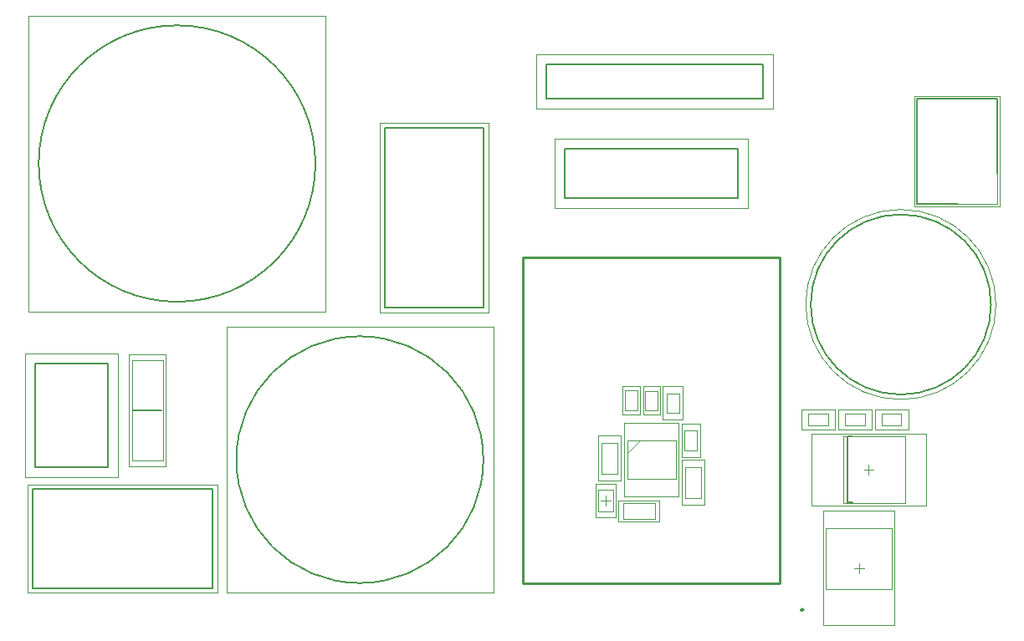
<source format=gto>
G04 Layer_Color=65535*
%FSLAX25Y25*%
%MOIN*%
G70*
G01*
G75*
%ADD15C,0.01000*%
%ADD17C,0.00394*%
%ADD18C,0.00787*%
%ADD19C,0.00197*%
%ADD43C,0.00984*%
D15*
X401575Y214567D02*
X503937D01*
Y344488D01*
X401575D02*
X503937D01*
X401575Y214567D02*
Y344488D01*
D17*
X336614Y312992D02*
G03*
X336614Y214567I0J-49213D01*
G01*
D02*
G03*
X336614Y312992I0J49213D01*
G01*
X418307Y368110D02*
X487205D01*
X418307D02*
Y387795D01*
X487205D01*
Y368110D02*
Y387795D01*
X410748Y407776D02*
Y421555D01*
Y407776D02*
X497362D01*
Y421555D01*
X410748D02*
X497362D01*
X206299Y212598D02*
X277953D01*
X206299D02*
Y251969D01*
X277953D01*
Y212598D02*
Y251969D01*
X385827Y324409D02*
Y396063D01*
X346457Y324409D02*
X385827D01*
X346457D02*
Y396063D01*
X385827D01*
X262795Y437008D02*
X264764D01*
X262795Y326772D02*
X264764D01*
X207087Y302165D02*
X236220D01*
X207087Y260827D02*
Y302165D01*
Y260827D02*
X236220D01*
Y302165D01*
X588091Y325672D02*
G03*
X588091Y325672I-35925J0D01*
G01*
X544522Y282267D02*
X552396D01*
X544522Y277345D02*
Y282267D01*
Y277345D02*
X552396D01*
Y282267D01*
X529938D02*
X537812D01*
X529938Y277345D02*
Y282267D01*
Y277345D02*
X537812D01*
Y282267D01*
X515354D02*
X523228D01*
X515354Y277345D02*
Y282267D01*
Y277345D02*
X523228D01*
Y282267D01*
X441525Y240190D02*
Y246489D01*
X454123D01*
Y240190D02*
Y246489D01*
X441525Y240190D02*
X454123D01*
X466060Y267510D02*
X470981D01*
X466060D02*
Y275384D01*
X470981D01*
Y267510D02*
Y275384D01*
X463796Y282399D02*
Y290273D01*
X458875D02*
X463796D01*
X458875Y282399D02*
Y290273D01*
Y282399D02*
X463796D01*
X466158Y248497D02*
Y260899D01*
Y248497D02*
X472458D01*
Y260899D01*
X466158D02*
X472458D01*
X437433Y243208D02*
Y251869D01*
X431724Y243208D02*
Y251869D01*
Y243208D02*
X437433D01*
X431724Y251869D02*
X437433D01*
X439353Y258185D02*
Y270587D01*
X433054D02*
X439353D01*
X433054Y258185D02*
Y270587D01*
Y258185D02*
X439353D01*
X443110Y266457D02*
X448110Y271457D01*
X443110D02*
X462402D01*
Y256102D02*
Y271457D01*
X443110Y256102D02*
X462402D01*
X443110D02*
Y271457D01*
X442345Y283454D02*
X447267D01*
X442345D02*
Y291328D01*
X447267D01*
Y283454D02*
Y291328D01*
X455315Y283375D02*
Y291249D01*
X450394D02*
X455315D01*
X450394Y283375D02*
Y291249D01*
Y283375D02*
X455315D01*
X548720Y212008D02*
Y236496D01*
X522146Y212008D02*
Y236496D01*
X548720D01*
X522146Y212008D02*
X548720D01*
X529331Y246555D02*
X553819D01*
X529331Y273130D02*
X553819D01*
Y246555D02*
Y273130D01*
X529331Y246555D02*
Y273130D01*
X590551Y365748D02*
Y407717D01*
X558661D02*
X590551D01*
X558661Y365748D02*
Y407717D01*
Y365748D02*
X590551D01*
X245827Y303346D02*
X258110D01*
X245827Y263583D02*
Y303346D01*
Y263583D02*
X258110D01*
Y303346D01*
X432610Y247538D02*
X436547D01*
X434579Y245570D02*
Y249507D01*
X533465Y220472D02*
X537402D01*
X535433Y218504D02*
Y222441D01*
X414370Y364173D02*
X491142D01*
X414370D02*
Y391732D01*
X491142D01*
Y364173D02*
Y391732D01*
X539370Y257874D02*
Y261811D01*
X537402Y259843D02*
X541339D01*
X406811Y403839D02*
Y425492D01*
Y403839D02*
X501299D01*
Y425492D01*
X406811D02*
X501299D01*
X204331Y210630D02*
X279921D01*
X204331D02*
Y253937D01*
X279921D01*
Y210630D02*
Y253937D01*
X389764Y210630D02*
Y316929D01*
X283465Y210630D02*
X389764D01*
X283465D02*
Y316929D01*
X389764D01*
X387795Y322441D02*
Y398032D01*
X344488Y322441D02*
X387795D01*
X344488D02*
Y398032D01*
X387795D01*
X322835Y322835D02*
Y440945D01*
X204724D02*
X322835D01*
X204724Y322835D02*
Y440945D01*
Y322835D02*
X322835D01*
X203150Y306102D02*
X240157D01*
X203150Y256890D02*
Y306102D01*
Y256890D02*
X240157D01*
Y306102D01*
D18*
X588091Y325672D02*
G03*
X588091Y325672I-35925J0D01*
G01*
X530906Y246654D02*
X532874D01*
X530906D02*
Y273032D01*
X532874D01*
X558661Y365748D02*
X574803D01*
X558661D02*
Y407717D01*
X590551D01*
Y377953D02*
Y407717D01*
X246220Y283465D02*
X257717D01*
X336614Y312992D02*
G03*
X336614Y214567I0J-49213D01*
G01*
D02*
G03*
X336614Y312992I0J49213D01*
G01*
X208661Y381890D02*
G03*
X318898Y381890I55118J0D01*
G01*
D02*
G03*
X208661Y381890I-55118J0D01*
G01*
X418307Y368110D02*
X487205D01*
X418307D02*
Y387795D01*
X487205D01*
Y368110D02*
Y387795D01*
X410748Y407776D02*
Y421555D01*
Y407776D02*
X497362D01*
Y421555D01*
X410748D02*
X497362D01*
X206299Y212598D02*
X277953D01*
X206299D02*
Y251969D01*
X277953D01*
Y212598D02*
Y251969D01*
X385827Y324409D02*
Y396063D01*
X346457Y324409D02*
X385827D01*
X346457D02*
Y396063D01*
X385827D01*
X207087Y302165D02*
X236220D01*
X207087Y260827D02*
Y302165D01*
Y260827D02*
X236220D01*
Y302165D01*
D19*
X590059Y325672D02*
G03*
X590059Y325672I-37894J0D01*
G01*
X541766Y283743D02*
X555152D01*
X541766Y275869D02*
Y283743D01*
Y275869D02*
X555152D01*
Y283743D01*
X527182D02*
X540568D01*
X527182Y275869D02*
Y283743D01*
Y275869D02*
X540568D01*
Y283743D01*
X512598D02*
X525984D01*
X512598Y275869D02*
Y283743D01*
Y275869D02*
X525984D01*
Y283743D01*
X439714Y239166D02*
Y247513D01*
X455934D01*
Y239166D02*
Y247513D01*
X439714Y239166D02*
X455934D01*
X464781Y264852D02*
X472261D01*
X464781D02*
Y278041D01*
X472261D01*
Y264852D02*
Y278041D01*
X465273Y279643D02*
Y293029D01*
X457399D02*
X465273D01*
X457399Y279643D02*
Y293029D01*
Y279643D02*
X465273D01*
X464781Y245741D02*
Y263655D01*
Y245741D02*
X473836D01*
Y263655D01*
X464781D02*
X473836D01*
X438516Y240845D02*
Y254231D01*
X430642Y240845D02*
Y254231D01*
Y240845D02*
X438516D01*
X430642Y254231D02*
X438516D01*
X440731Y255429D02*
Y273343D01*
X431676D02*
X440731D01*
X431676Y255429D02*
Y273343D01*
Y255429D02*
X440731D01*
X441929Y278445D02*
X463583D01*
Y249114D02*
Y278445D01*
X441929Y249114D02*
X463583D01*
X441929D02*
Y278445D01*
X441302Y281643D02*
X448310D01*
X441302D02*
Y293139D01*
X448310D01*
Y281643D02*
Y293139D01*
X456201Y281643D02*
Y292981D01*
X449508D02*
X456201D01*
X449508Y281643D02*
Y292981D01*
Y281643D02*
X456201D01*
X549705Y197638D02*
Y243307D01*
X521161Y197638D02*
Y243307D01*
X549705D01*
X521161Y197638D02*
X549705D01*
X516535Y245571D02*
X562205D01*
X516535Y274114D02*
X562205D01*
Y245571D02*
Y274114D01*
X516535Y245571D02*
Y274114D01*
X591535Y364764D02*
Y408701D01*
X557677D02*
X591535D01*
X557677Y364764D02*
Y408701D01*
Y364764D02*
X591535D01*
X244626Y305925D02*
X259311D01*
X244626Y261004D02*
Y305925D01*
Y261004D02*
X259311D01*
Y305925D01*
D43*
X513307Y203937D02*
G03*
X513307Y203937I-492J0D01*
G01*
M02*

</source>
